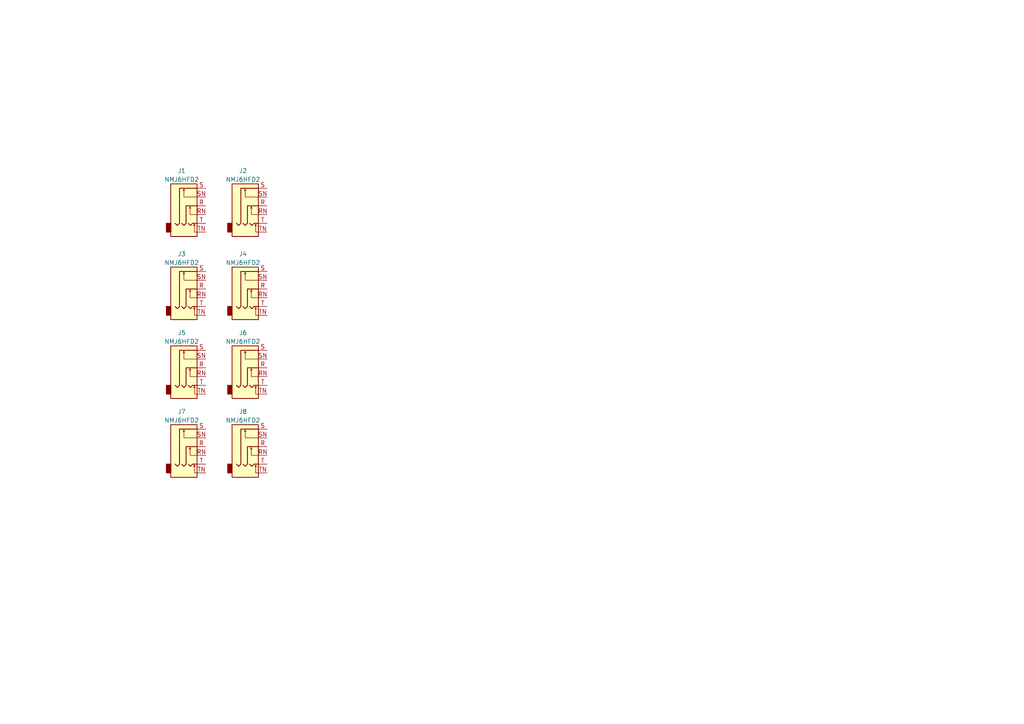
<source format=kicad_sch>
(kicad_sch (version 20230121) (generator eeschema)
  (paper "A4")
  (lib_symbols
    (symbol "Connector_Audio:NMJ6HFD2"
      (property "Reference" "J" (at 0 11.43 0))
      (property "Value" "NMJ6HFD2" (at 0 8.89 0))
      (symbol "NMJ6HFD2_0_1"
        (rectangle (start -5.08 -5.08) (end -6.35 -7.62) (stroke (width 0.254)) (fill (type outline)))
        (polyline (pts (xy -1.27 4.826) (xy -1.016 4.318)))
        (polyline (pts (xy 0.508 -0.254) (xy 0.762 -0.762)))
        (polyline (pts (xy 1.778 -5.334) (xy 2.032 -5.842)))
        (polyline (pts (xy 0 -5.08) (xy 0.635 -5.715) (xy 1.27 -5.08) (xy 2.54 -5.08)) (stroke (width 0.254)))
        (polyline (pts (xy 2.54 -7.62) (xy 1.778 -7.62) (xy 1.778 -5.334) (xy 1.524 -5.842)))
        (polyline (pts (xy 2.54 -2.54) (xy 0.508 -2.54) (xy 0.508 -0.254) (xy 0.254 -0.762)))
        (polyline (pts (xy 2.54 2.54) (xy -1.27 2.54) (xy -1.27 4.826) (xy -1.524 4.318)))
        (polyline (pts (xy -1.905 -5.08) (xy -1.27 -5.715) (xy -0.635 -5.08) (xy -0.635 0) (xy 2.54 0)) (stroke (width 0.254)))
        (polyline (pts (xy 2.54 5.08) (xy -2.54 5.08) (xy -2.54 -5.08) (xy -3.175 -5.715) (xy -3.81 -5.08)) (stroke (width 0.254)))
        (rectangle (start 2.54 6.35) (end -5.08 -8.89) (stroke (width 0.254)) (fill (type background)))
      )
      (symbol "NMJ6HFD2_1_1"
        (pin passive line (at 5.08 0 180) (length 2.54) (name "~") (number "R"))
        (pin passive line (at 5.08 -2.54 180) (length 2.54) (name "~") (number "RN"))
        (pin passive line (at 5.08 5.08 180) (length 2.54) (name "~") (number "S"))
        (pin passive line (at 5.08 2.54 180) (length 2.54) (name "~") (number "SN"))
        (pin passive line (at 5.08 -5.08 180) (length 2.54) (name "~") (number "T"))
        (pin passive line (at 5.08 -7.62 180) (length 2.54) (name "~") (number "TN"))
      )
    )
  )
  (symbol (lib_id "Connector_Audio:NMJ6HFD2") (at 72.39 106.68 0) (unit 1)
    (property "Reference" "J6" (at 70.485 96.52 0))
    (property "Value" "NMJ6HFD2" (at 70.485 99.06 0))
    (property "Footprint" "Connector_Audio:Jack_6.35mm_Neutrik_NMJ6HCD2_Horizontal" (effects hide))
    (property "Datasheet" "https://www.neutrik.com/en/product/nmj6hfd2" (effects hide))
  )
  (symbol (lib_id "Connector_Audio:NMJ6HFD2") (at 72.39 129.54 0) (unit 1)
    (property "Reference" "J8" (at 70.485 119.38 0))
    (property "Value" "NMJ6HFD2" (at 70.485 121.92 0))
    (property "Footprint" "Connector_Audio:Jack_6.35mm_Neutrik_NMJ6HCD2_Horizontal" (effects hide))
    (property "Datasheet" "https://www.neutrik.com/en/product/nmj6hfd2" (effects hide))
  )
  (symbol (lib_id "Connector_Audio:NMJ6HFD2") (at 54.61 129.54 0) (unit 1)
    (property "Reference" "J7" (at 52.705 119.38 0))
    (property "Value" "NMJ6HFD2" (at 52.705 121.92 0))
    (property "Footprint" "Connector_Audio:Jack_6.35mm_Neutrik_NMJ6HCD2_Horizontal" (effects hide))
    (property "Datasheet" "https://www.neutrik.com/en/product/nmj6hfd2" (effects hide))
  )
  (symbol (lib_id "Connector_Audio:NMJ6HFD2") (at 54.61 83.82 0) (unit 1)
    (property "Reference" "J3" (at 52.705 73.66 0))
    (property "Value" "NMJ6HFD2" (at 52.705 76.2 0))
    (property "Footprint" "Connector_Audio:Jack_6.35mm_Neutrik_NMJ6HCD2_Horizontal" (effects hide))
    (property "Datasheet" "https://www.neutrik.com/en/product/nmj6hfd2" (effects hide))
  )
  (symbol (lib_id "Connector_Audio:NMJ6HFD2") (at 54.61 106.68 0) (unit 1)
    (property "Reference" "J5" (at 52.705 96.52 0))
    (property "Value" "NMJ6HFD2" (at 52.705 99.06 0))
    (property "Footprint" "Connector_Audio:Jack_6.35mm_Neutrik_NMJ6HCD2_Horizontal" (effects hide))
    (property "Datasheet" "https://www.neutrik.com/en/product/nmj6hfd2" (effects hide))
  )
  (symbol (lib_id "Connector_Audio:NMJ6HFD2") (at 54.61 59.69 0) (unit 1)
    (property "Reference" "J1" (at 52.705 49.53 0))
    (property "Value" "NMJ6HFD2" (at 52.705 52.07 0))
    (property "Footprint" "Connector_Audio:Jack_6.35mm_Neutrik_NMJ6HCD2_Horizontal" (effects hide))
    (property "Datasheet" "https://www.neutrik.com/en/product/nmj6hfd2" (effects hide))
  )
  (symbol (lib_id "Connector_Audio:NMJ6HFD2") (at 72.39 83.82 0) (unit 1)
    (property "Reference" "J4" (at 70.485 73.66 0))
    (property "Value" "NMJ6HFD2" (at 70.485 76.2 0))
    (property "Footprint" "Connector_Audio:Jack_6.35mm_Neutrik_NMJ6HCD2_Horizontal" (effects hide))
    (property "Datasheet" "https://www.neutrik.com/en/product/nmj6hfd2" (effects hide))
  )
  (symbol (lib_id "Connector_Audio:NMJ6HFD2") (at 72.39 59.69 0) (unit 1)
    (property "Reference" "J2" (at 70.485 49.53 0))
    (property "Value" "NMJ6HFD2" (at 70.485 52.07 0))
    (property "Footprint" "Connector_Audio:Jack_6.35mm_Neutrik_NMJ6HCD2_Horizontal" (effects hide))
    (property "Datasheet" "https://www.neutrik.com/en/product/nmj6hfd2" (effects hide))
  )
)
</source>
